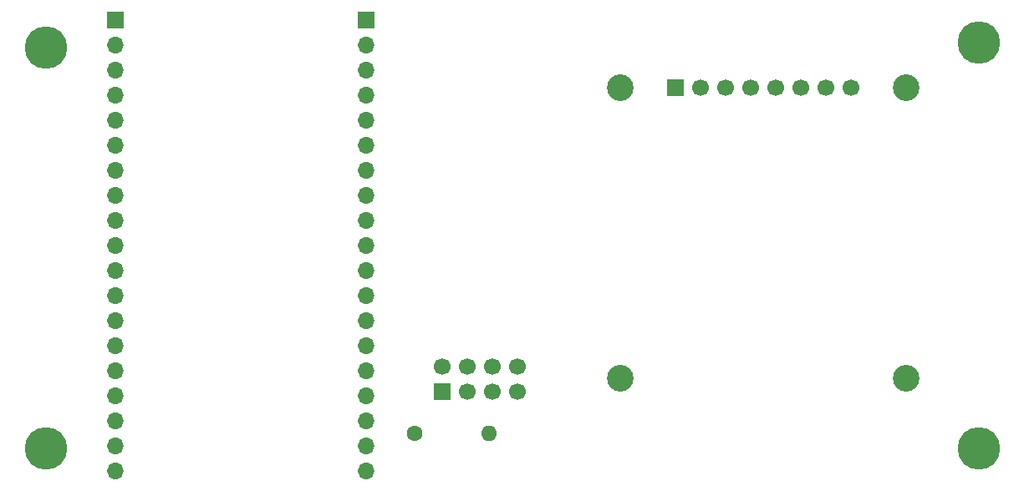
<source format=gbr>
%TF.GenerationSoftware,KiCad,Pcbnew,(6.0.10-0)*%
%TF.CreationDate,2023-01-27T21:07:09+01:00*%
%TF.ProjectId,openDTU_wDisplay,6f70656e-4454-4555-9f77-446973706c61,rev?*%
%TF.SameCoordinates,Original*%
%TF.FileFunction,Soldermask,Top*%
%TF.FilePolarity,Negative*%
%FSLAX46Y46*%
G04 Gerber Fmt 4.6, Leading zero omitted, Abs format (unit mm)*
G04 Created by KiCad (PCBNEW (6.0.10-0)) date 2023-01-27 21:07:09*
%MOMM*%
%LPD*%
G01*
G04 APERTURE LIST*
%ADD10C,4.300000*%
%ADD11R,1.700000X1.700000*%
%ADD12C,1.700000*%
%ADD13C,2.700000*%
%ADD14C,1.600000*%
%ADD15O,1.600000X1.600000*%
%ADD16O,1.700000X1.700000*%
G04 APERTURE END LIST*
D10*
%TO.C,REF\u002A\u002A*%
X170688000Y-73152000D03*
%TD*%
%TO.C,REF\u002A\u002A*%
X170688000Y-114300000D03*
%TD*%
%TO.C,REF\u002A\u002A*%
X76200000Y-73660000D03*
%TD*%
D11*
%TO.C,NRF24L01+1*%
X116346000Y-108516000D03*
D12*
X116346000Y-105976000D03*
X118886000Y-108516000D03*
X118886000Y-105976000D03*
X121426000Y-108516000D03*
X121426000Y-105976000D03*
X123966000Y-108516000D03*
X123966000Y-105976000D03*
%TD*%
D10*
%TO.C,REF\u002A\u002A*%
X76200000Y-114300000D03*
%TD*%
D13*
%TO.C,SSD1306*%
X134366000Y-77721000D03*
X163322000Y-107185000D03*
X163322000Y-77721000D03*
X134366000Y-107185000D03*
D11*
X139954000Y-77721000D03*
D12*
X142494000Y-77721000D03*
X145034000Y-77721000D03*
X147574000Y-77721000D03*
X150114000Y-77721000D03*
X152654000Y-77721000D03*
X155194000Y-77721000D03*
X157734000Y-77721000D03*
%TD*%
D14*
%TO.C,C1*%
X113598000Y-112776000D03*
D15*
X121098000Y-112776000D03*
%TD*%
D11*
%TO.C,ESP32NodeMCU1*%
X83259500Y-70850000D03*
D16*
X83259500Y-73390000D03*
X83259500Y-75930000D03*
X83259500Y-78470000D03*
X83259500Y-81010000D03*
X83259500Y-83550000D03*
X83259500Y-86090000D03*
X83259500Y-88630000D03*
X83259500Y-91170000D03*
X83259500Y-93710000D03*
X83259500Y-96250000D03*
X83259500Y-98790000D03*
X83259500Y-101330000D03*
X83259500Y-103870000D03*
X83259500Y-106410000D03*
X83259500Y-108950000D03*
X83259500Y-111490000D03*
X83259500Y-114030000D03*
X83259500Y-116570000D03*
X108659500Y-116570000D03*
X108659500Y-114030000D03*
X108659500Y-111490000D03*
X108659500Y-108950000D03*
X108659500Y-106410000D03*
X108659500Y-103870000D03*
X108659500Y-101330000D03*
X108659500Y-98790000D03*
X108659500Y-96250000D03*
X108659500Y-93710000D03*
X108659500Y-91170000D03*
X108659500Y-88630000D03*
X108659500Y-86090000D03*
X108659500Y-83550000D03*
X108659500Y-81010000D03*
X108659500Y-78470000D03*
X108659500Y-75930000D03*
X108659500Y-73390000D03*
D11*
X108659500Y-70850000D03*
%TD*%
M02*

</source>
